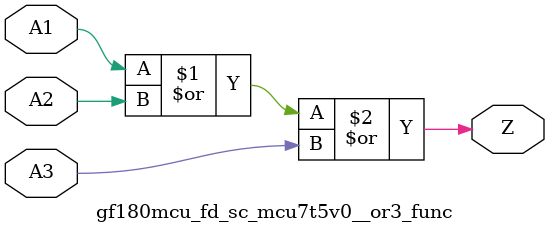
<source format=v>

`ifndef GF180MCU_FD_SC_MCU7T5V0__OR3_V
`define GF180MCU_FD_SC_MCU7T5V0__OR3_V

`ifdef USE_POWER_PINS
module gf180mcu_fd_sc_mcu7t5v0__or3_func( A1, A2, A3, Z, VDD, VSS );
inout VDD, VSS;
`else // If not USE_POWER_PINS
module gf180mcu_fd_sc_mcu7t5v0__or3_func( A1, A2, A3, Z );
`endif // If not USE_POWER_PINS
input A1, A2, A3;
output Z;

	or MGM_BG_0( Z, A1, A2, A3 );

endmodule
`endif // GF180MCU_FD_SC_MCU7T5V0__OR3_V

</source>
